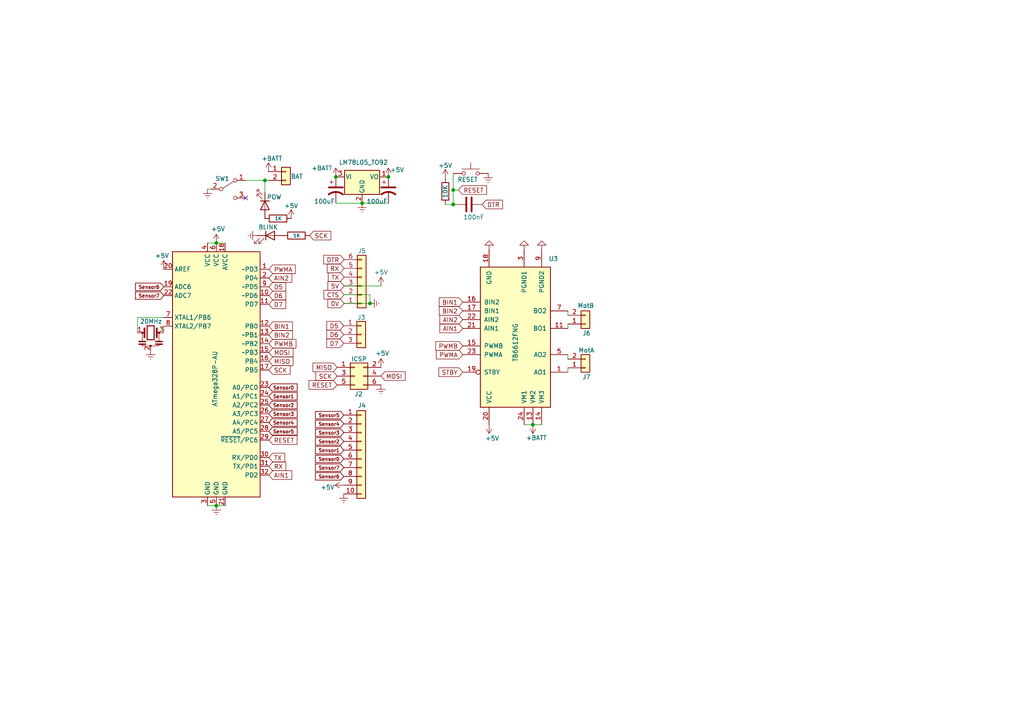
<source format=kicad_sch>
(kicad_sch (version 20230121) (generator eeschema)
  (paper "A4")
  (lib_symbols
    (symbol "ATmega328P-A_1"
      (property "Value" "ATmega328P-AU " (at -0.381 -9.398 90))
      (symbol "ATmega328P-A_1_0_1"
        (rectangle (start -12.7 -35.56) (end 12.7 35.56) (stroke (width 0.254)) (fill (type background)))
      )
      (symbol "ATmega328P-A_1_1_1"
        (pin bidirectional line (at 15.24 30.48 180) (length 2.54) (name "~PD3") (number "1"))
        (pin bidirectional line (at 15.24 22.86 180) (length 2.54) (name "~PD6") (number "10"))
        (pin bidirectional line (at 15.24 20.32 180) (length 2.54) (name "PD7") (number "11"))
        (pin bidirectional line (at 15.24 13.97 180) (length 2.54) (name "PB0") (number "12"))
        (pin bidirectional line (at 15.24 11.43 180) (length 2.54) (name "~PB1") (number "13"))
        (pin bidirectional line (at 15.24 8.89 180) (length 2.54) (name "~PB2") (number "14"))
        (pin bidirectional line (at 15.24 6.35 180) (length 2.54) (name "~PB3") (number "15"))
        (pin bidirectional line (at 15.24 3.81 180) (length 2.54) (name "PB4") (number "16"))
        (pin bidirectional line (at 15.24 1.27 180) (length 2.54) (name "PB5") (number "17"))
        (pin power_in line (at 2.54 38.1 270) (length 2.54) (name "AVCC") (number "18"))
        (pin input line (at -15.24 25.4 0) (length 2.54) (name "ADC6") (number "19"))
        (pin bidirectional line (at 15.24 27.94 180) (length 2.54) (name "PD4") (number "2"))
        (pin passive line (at -15.24 30.48 0) (length 2.54) (name "AREF") (number "20"))
        (pin passive line (at 2.54 -38.1 90) (length 2.54) (name "GND") (number "21"))
        (pin input line (at -15.24 22.86 0) (length 2.54) (name "ADC7") (number "22"))
        (pin bidirectional line (at 15.24 -3.81 180) (length 2.54) (name "A0/PC0") (number "23"))
        (pin bidirectional line (at 15.24 -6.35 180) (length 2.54) (name "A1/PC1") (number "24"))
        (pin bidirectional line (at 15.24 -8.89 180) (length 2.54) (name "A2/PC2") (number "25"))
        (pin bidirectional line (at 15.24 -11.43 180) (length 2.54) (name "A3/PC3") (number "26"))
        (pin bidirectional line (at 15.24 -13.97 180) (length 2.54) (name "A4/PC4") (number "27"))
        (pin bidirectional line (at 15.24 -16.51 180) (length 2.54) (name "A5/PC5") (number "28"))
        (pin bidirectional line (at 15.24 -19.05 180) (length 2.54) (name "~{RESET}/PC6") (number "29"))
        (pin power_in line (at -2.54 -38.1 90) (length 2.54) (name "GND") (number "3"))
        (pin bidirectional line (at 15.24 -24.13 180) (length 2.54) (name "RX/PD0") (number "30"))
        (pin bidirectional line (at 15.24 -26.67 180) (length 2.54) (name "TX/PD1") (number "31"))
        (pin bidirectional line (at 15.24 -29.21 180) (length 2.54) (name "PD2") (number "32"))
        (pin power_in line (at -2.54 38.1 270) (length 2.54) (name "VCC") (number "4"))
        (pin passive line (at 0 -38.1 90) (length 2.54) (name "GND") (number "5"))
        (pin passive line (at 0 38.1 270) (length 2.54) (name "VCC") (number "6"))
        (pin bidirectional line (at -15.24 16.51 0) (length 2.54) (name "XTAL1/PB6") (number "7"))
        (pin bidirectional line (at -15.24 13.97 0) (length 2.54) (name "XTAL2/PB7") (number "8"))
        (pin bidirectional line (at 15.24 25.4 180) (length 2.54) (name "~PD5") (number "9"))
      )
    )
    (symbol "Connector_Generic:Conn_01x02" (pin_names (offset 1.016) hide)
      (property "Reference" "J" (at 0 2.54 0))
      (property "Value" "Conn_01x02" (at 0 -5.08 0))
      (symbol "Conn_01x02_1_1"
        (rectangle (start -1.27 -2.413) (end 0 -2.667) (stroke (width 0.1524)))
        (rectangle (start -1.27 0.127) (end 0 -0.127) (stroke (width 0.1524)))
        (rectangle (start -1.27 1.27) (end 1.27 -3.81) (stroke (width 0.254)) (fill (type background)))
        (pin passive line (at -5.08 0 0) (length 3.81) (name "Pin_1") (number "1"))
        (pin passive line (at -5.08 -2.54 0) (length 3.81) (name "Pin_2") (number "2"))
      )
    )
    (symbol "Connector_Generic:Conn_01x03" (pin_names (offset 1.016) hide)
      (property "Reference" "J" (at 0 5.08 0))
      (property "Value" "Conn_01x03" (at 0 -5.08 0))
      (symbol "Conn_01x03_1_1"
        (rectangle (start -1.27 -2.413) (end 0 -2.667) (stroke (width 0.1524)))
        (rectangle (start -1.27 0.127) (end 0 -0.127) (stroke (width 0.1524)))
        (rectangle (start -1.27 2.667) (end 0 2.413) (stroke (width 0.1524)))
        (rectangle (start -1.27 3.81) (end 1.27 -3.81) (stroke (width 0.254)) (fill (type background)))
        (pin passive line (at -5.08 2.54 0) (length 3.81) (name "Pin_1") (number "1"))
        (pin passive line (at -5.08 0 0) (length 3.81) (name "Pin_2") (number "2"))
        (pin passive line (at -5.08 -2.54 0) (length 3.81) (name "Pin_3") (number "3"))
      )
    )
    (symbol "Connector_Generic:Conn_01x10" (pin_names (offset 1.016) hide)
      (property "Reference" "J" (at 0 12.7 0))
      (property "Value" "Conn_01x10" (at 0 -15.24 0))
      (symbol "Conn_01x10_1_1"
        (rectangle (start -1.27 -12.573) (end 0 -12.827) (stroke (width 0.1524)))
        (rectangle (start -1.27 -10.033) (end 0 -10.287) (stroke (width 0.1524)))
        (rectangle (start -1.27 -7.493) (end 0 -7.747) (stroke (width 0.1524)))
        (rectangle (start -1.27 -4.953) (end 0 -5.207) (stroke (width 0.1524)))
        (rectangle (start -1.27 -2.413) (end 0 -2.667) (stroke (width 0.1524)))
        (rectangle (start -1.27 0.127) (end 0 -0.127) (stroke (width 0.1524)))
        (rectangle (start -1.27 2.667) (end 0 2.413) (stroke (width 0.1524)))
        (rectangle (start -1.27 5.207) (end 0 4.953) (stroke (width 0.1524)))
        (rectangle (start -1.27 7.747) (end 0 7.493) (stroke (width 0.1524)))
        (rectangle (start -1.27 10.287) (end 0 10.033) (stroke (width 0.1524)))
        (rectangle (start -1.27 11.43) (end 1.27 -13.97) (stroke (width 0.254)) (fill (type background)))
        (pin passive line (at -5.08 10.16 0) (length 3.81) (name "Pin_1") (number "1"))
        (pin passive line (at -5.08 -12.7 0) (length 3.81) (name "Pin_10") (number "10"))
        (pin passive line (at -5.08 7.62 0) (length 3.81) (name "Pin_2") (number "2"))
        (pin passive line (at -5.08 5.08 0) (length 3.81) (name "Pin_3") (number "3"))
        (pin passive line (at -5.08 2.54 0) (length 3.81) (name "Pin_4") (number "4"))
        (pin passive line (at -5.08 0 0) (length 3.81) (name "Pin_5") (number "5"))
        (pin passive line (at -5.08 -2.54 0) (length 3.81) (name "Pin_6") (number "6"))
        (pin passive line (at -5.08 -5.08 0) (length 3.81) (name "Pin_7") (number "7"))
        (pin passive line (at -5.08 -7.62 0) (length 3.81) (name "Pin_8") (number "8"))
        (pin passive line (at -5.08 -10.16 0) (length 3.81) (name "Pin_9") (number "9"))
      )
    )
    (symbol "Connector_Generic:Conn_02x03_Odd_Even" (pin_names (offset 1.016) hide)
      (property "Reference" "J" (at 1.27 5.08 0))
      (property "Value" "Conn_02x03_Odd_Even" (at 1.27 -5.08 0))
      (symbol "Conn_02x03_Odd_Even_1_1"
        (rectangle (start -1.27 -2.413) (end 0 -2.667) (stroke (width 0.1524)))
        (rectangle (start -1.27 0.127) (end 0 -0.127) (stroke (width 0.1524)))
        (rectangle (start -1.27 2.667) (end 0 2.413) (stroke (width 0.1524)))
        (rectangle (start -1.27 3.81) (end 3.81 -3.81) (stroke (width 0.254)) (fill (type background)))
        (rectangle (start 3.81 -2.413) (end 2.54 -2.667) (stroke (width 0.1524)))
        (rectangle (start 3.81 0.127) (end 2.54 -0.127) (stroke (width 0.1524)))
        (rectangle (start 3.81 2.667) (end 2.54 2.413) (stroke (width 0.1524)))
        (pin passive line (at -5.08 2.54 0) (length 3.81) (name "Pin_1") (number "1"))
        (pin passive line (at 7.62 2.54 180) (length 3.81) (name "Pin_2") (number "2"))
        (pin passive line (at -5.08 0 0) (length 3.81) (name "Pin_3") (number "3"))
        (pin passive line (at 7.62 0 180) (length 3.81) (name "Pin_4") (number "4"))
        (pin passive line (at -5.08 -2.54 0) (length 3.81) (name "Pin_5") (number "5"))
        (pin passive line (at 7.62 -2.54 180) (length 3.81) (name "Pin_6") (number "6"))
      )
    )
    (symbol "Connector_Generic_MountingPin:Conn_01x06_MountingPin" (pin_names (offset 1.016) hide)
      (symbol "Conn_01x06_MountingPin_1_1"
        (rectangle (start -1.27 -7.493) (end 0 -7.747) (stroke (width 0.1524)))
        (rectangle (start -1.27 -4.953) (end 0 -5.207) (stroke (width 0.1524)))
        (rectangle (start -1.27 -2.413) (end 0 -2.667) (stroke (width 0.1524)))
        (rectangle (start -1.27 0.127) (end 0 -0.127) (stroke (width 0.1524)))
        (rectangle (start -1.27 2.667) (end 0 2.413) (stroke (width 0.1524)))
        (rectangle (start -1.27 5.207) (end 0 4.953) (stroke (width 0.1524)))
        (rectangle (start -1.27 6.35) (end 1.27 -8.89) (stroke (width 0.254)) (fill (type background)))
        (pin passive line (at -5.08 5.08 0) (length 3.81) (name "Pin_1") (number "1"))
        (pin passive line (at -5.08 2.54 0) (length 3.81) (name "Pin_2") (number "2"))
        (pin passive line (at -5.08 0 0) (length 3.81) (name "Pin_3") (number "3"))
        (pin passive line (at -5.08 -2.54 0) (length 3.81) (name "Pin_4") (number "4"))
        (pin passive line (at -5.08 -5.08 0) (length 3.81) (name "Pin_5") (number "5"))
        (pin passive line (at -5.08 -7.62 0) (length 3.81) (name "Pin_6") (number "6"))
      )
    )
    (symbol "Device:C" (pin_numbers hide) (pin_names (offset 0.254))
      (property "Reference" "C" (at 0.635 2.54 0))
      (property "Value" "C" (at 0.635 -2.54 0))
      (symbol "C_0_1"
        (polyline (pts (xy -2.032 -0.762) (xy 2.032 -0.762)) (stroke (width 0.508)))
        (polyline (pts (xy -2.032 0.762) (xy 2.032 0.762)) (stroke (width 0.508)))
      )
      (symbol "C_1_1"
        (pin passive line (at 0 3.81 270) (length 2.794) (name "~") (number "1"))
        (pin passive line (at 0 -3.81 90) (length 2.794) (name "~") (number "2"))
      )
    )
    (symbol "Device:C_Polarized_US" (pin_numbers hide) (pin_names (offset 0.254) hide)
      (property "Reference" "C" (at 0.635 2.54 0))
      (property "Value" "C_Polarized_US" (at 0.635 -2.54 0))
      (symbol "C_Polarized_US_0_1"
        (polyline (pts (xy -2.032 0.762) (xy 2.032 0.762)) (stroke (width 0.508)))
        (polyline (pts (xy -1.778 2.286) (xy -0.762 2.286)))
        (polyline (pts (xy -1.27 1.778) (xy -1.27 2.794)))
        (arc (start 2.032 -1.27) (mid 0 -0.5572) (end -2.032 -1.27) (stroke (width 0.508)))
      )
      (symbol "C_Polarized_US_1_1"
        (pin passive line (at 0 3.81 270) (length 2.794) (name "~") (number "1"))
        (pin passive line (at 0 -3.81 90) (length 3.302) (name "~") (number "2"))
      )
    )
    (symbol "Device:LED" (pin_numbers hide) (pin_names (offset 1.016) hide)
      (property "Reference" "D" (at 0 2.54 0))
      (property "Value" "LED" (at 0 -2.54 0))
      (symbol "LED_0_1"
        (polyline (pts (xy -1.27 -1.27) (xy -1.27 1.27)) (stroke (width 0.254)))
        (polyline (pts (xy -1.27 0) (xy 1.27 0)))
        (polyline (pts (xy 1.27 -1.27) (xy 1.27 1.27) (xy -1.27 0) (xy 1.27 -1.27)) (stroke (width 0.254)))
        (polyline (pts (xy -3.048 -0.762) (xy -4.572 -2.286) (xy -3.81 -2.286) (xy -4.572 -2.286) (xy -4.572 -1.524)))
        (polyline (pts (xy -1.778 -0.762) (xy -3.302 -2.286) (xy -2.54 -2.286) (xy -3.302 -2.286) (xy -3.302 -1.524)))
      )
      (symbol "LED_1_1"
        (pin passive line (at -3.81 0 0) (length 2.54) (name "K") (number "1"))
        (pin passive line (at 3.81 0 180) (length 2.54) (name "A") (number "2"))
      )
    )
    (symbol "Device:R" (pin_numbers hide) (pin_names (offset 0))
      (property "Reference" "R" (at 2.032 0 90))
      (property "Value" "R" (at 0 0 90))
      (symbol "R_0_1"
        (rectangle (start -1.016 -2.54) (end 1.016 2.54) (stroke (width 0.254)))
      )
      (symbol "R_1_1"
        (pin passive line (at 0 3.81 270) (length 1.27) (name "~") (number "1"))
        (pin passive line (at 0 -3.81 90) (length 1.27) (name "~") (number "2"))
      )
    )
    (symbol "Device:Resonator" (pin_names (offset 1.016) hide)
      (property "Reference" "Y" (at 0 5.715 0))
      (property "Value" "Resonator" (at 0 3.81 0))
      (symbol "Resonator_0_1"
        (rectangle (start -3.429 -3.175) (end -1.397 -3.429) (fill (type outline)))
        (rectangle (start -3.429 -2.413) (end -1.397 -2.667) (fill (type outline)))
        (circle (center -2.413 0) (radius 0.254) (fill (type outline)))
        (rectangle (start -1.016 2.032) (end 1.016 -2.032) (stroke (width 0.3048)))
        (circle (center 0 -3.81) (radius 0.254) (fill (type outline)))
        (polyline (pts (xy -2.413 -2.413) (xy -2.413 0)))
        (polyline (pts (xy -1.905 0) (xy -3.175 0)))
        (polyline (pts (xy -1.778 -1.27) (xy -1.778 1.27)) (stroke (width 0.508)))
        (polyline (pts (xy 1.778 -1.27) (xy 1.778 1.27)) (stroke (width 0.508)))
        (polyline (pts (xy 1.905 0) (xy 2.54 0)))
        (polyline (pts (xy 2.413 0) (xy 2.413 -2.54)))
        (polyline (pts (xy 2.413 -3.302) (xy 2.413 -3.81) (xy -2.413 -3.81) (xy -2.413 -3.302)))
        (rectangle (start 1.397 -3.175) (end 3.429 -3.429) (fill (type outline)))
        (rectangle (start 1.397 -2.413) (end 3.429 -2.667) (fill (type outline)))
        (circle (center 2.413 0) (radius 0.254) (fill (type outline)))
      )
      (symbol "Resonator_1_1"
        (pin passive line (at -3.81 0 0) (length 1.27) (name "1") (number "1"))
        (pin passive line (at 0 -5.08 90) (length 1.27) (name "2") (number "2"))
        (pin passive line (at 3.81 0 180) (length 1.27) (name "3") (number "3"))
      )
    )
    (symbol "Driver_Motor:TB6612FNG" (pin_names (offset 1.016))
      (property "Reference" "U" (at 11.43 17.78 0))
      (property "Value" "TB6612FNG" (at 11.43 15.24 0))
      (symbol "TB6612FNG_0_1"
        (rectangle (start -10.16 20.32) (end 10.16 -20.32) (stroke (width 0.254)) (fill (type background)))
      )
      (symbol "TB6612FNG_1_1"
        (pin output line (at 15.24 10.16 180) (length 5.08) (name "AO1") (number "1"))
        (pin passive line (at 7.62 -25.4 90) (length 5.08) hide (name "PGND2") (number "10"))
        (pin output line (at 15.24 -2.54 180) (length 5.08) (name "BO1") (number "11"))
        (pin passive line (at 15.24 -2.54 180) (length 5.08) hide (name "BO1") (number "12"))
        (pin power_in line (at 5.08 25.4 270) (length 5.08) (name "VM2") (number "13"))
        (pin power_in line (at 7.62 25.4 270) (length 5.08) (name "VM3") (number "14"))
        (pin input line (at -15.24 2.54 0) (length 5.08) (name "PWMB") (number "15"))
        (pin input line (at -15.24 -10.16 0) (length 5.08) (name "BIN2") (number "16"))
        (pin input line (at -15.24 -7.62 0) (length 5.08) (name "BIN1") (number "17"))
        (pin power_in line (at -7.62 -25.4 90) (length 5.08) (name "GND") (number "18"))
        (pin input inverted (at -15.24 10.16 0) (length 5.08) (name "STBY") (number "19"))
        (pin passive line (at 15.24 10.16 180) (length 5.08) hide (name "AO1") (number "2"))
        (pin power_in line (at -7.62 25.4 270) (length 5.08) (name "VCC") (number "20"))
        (pin input line (at -15.24 -2.54 0) (length 5.08) (name "AIN1") (number "21"))
        (pin input line (at -15.24 -5.08 0) (length 5.08) (name "AIN2") (number "22"))
        (pin input line (at -15.24 5.08 0) (length 5.08) (name "PWMA") (number "23"))
        (pin power_in line (at 2.54 25.4 270) (length 5.08) (name "VM1") (number "24"))
        (pin power_in line (at 2.54 -25.4 90) (length 5.08) (name "PGND1") (number "3"))
        (pin passive line (at 2.54 -25.4 90) (length 5.08) hide (name "PGND1") (number "4"))
        (pin output line (at 15.24 5.08 180) (length 5.08) (name "AO2") (number "5"))
        (pin passive line (at 15.24 5.08 180) (length 5.08) hide (name "AO2") (number "6"))
        (pin output line (at 15.24 -7.62 180) (length 5.08) (name "BO2") (number "7"))
        (pin passive line (at 15.24 -7.62 180) (length 5.08) hide (name "BO2") (number "8"))
        (pin power_in line (at 7.62 -25.4 90) (length 5.08) (name "PGND2") (number "9"))
      )
    )
    (symbol "Regulator_Linear:LM78L05_TO92" (pin_names (offset 0.254))
      (property "Reference" "U" (at -3.81 3.175 0))
      (property "Value" "LM78L05_TO92" (at 0 3.175 0))
      (symbol "LM78L05_TO92_0_1"
        (rectangle (start -5.08 -5.08) (end 5.08 1.905) (stroke (width 0.254)) (fill (type background)))
      )
      (symbol "LM78L05_TO92_1_1"
        (pin power_out line (at 7.62 0 180) (length 2.54) (name "VO") (number "1"))
        (pin power_in line (at 0 -7.62 90) (length 2.54) (name "GND") (number "2"))
        (pin power_in line (at -7.62 0 0) (length 2.54) (name "VI") (number "3"))
      )
    )
    (symbol "Switch:SW_Push" (pin_numbers hide) (pin_names (offset 1.016) hide)
      (property "Reference" "SW" (at 1.27 2.54 0))
      (property "Value" "SW_Push" (at 0 -1.524 0))
      (symbol "SW_Push_0_1"
        (circle (center -2.032 0) (radius 0.508))
        (polyline (pts (xy 0 1.27) (xy 0 3.048)))
        (polyline (pts (xy 2.54 1.27) (xy -2.54 1.27)))
        (circle (center 2.032 0) (radius 0.508))
        (pin passive line (at -5.08 0 0) (length 2.54) (name "1") (number "1"))
        (pin passive line (at 5.08 0 180) (length 2.54) (name "2") (number "2"))
      )
    )
    (symbol "Switch:SW_SPDT" (pin_names (offset 0) hide)
      (property "Reference" "SW" (at 0 4.318 0))
      (property "Value" "SW_SPDT" (at 0 -5.08 0))
      (symbol "SW_SPDT_0_0"
        (circle (center -2.032 0) (radius 0.508))
        (circle (center 2.032 -2.54) (radius 0.508))
      )
      (symbol "SW_SPDT_0_1"
        (polyline (pts (xy -1.524 0.254) (xy 1.651 2.286)))
        (circle (center 2.032 2.54) (radius 0.508))
      )
      (symbol "SW_SPDT_1_1"
        (pin passive line (at 5.08 2.54 180) (length 2.54) (name "A") (number "1"))
        (pin passive line (at -5.08 0 0) (length 2.54) (name "B") (number "2"))
        (pin passive line (at 5.08 -2.54 180) (length 2.54) (name "C") (number "3"))
      )
    )
    (symbol "power:+5V" (power) (pin_names (offset 0))
      (property "Value" "+5V" (at 0 3.556 0))
      (symbol "+5V_0_1"
        (polyline (pts (xy -0.762 1.27) (xy 0 2.54)))
        (polyline (pts (xy 0 0) (xy 0 2.54)))
        (polyline (pts (xy 0 2.54) (xy 0.762 1.27)))
      )
      (symbol "+5V_1_1"
        (pin power_in line (at 0 0 90) (length 0) hide (name "+5V") (number "1"))
      )
    )
    (symbol "power:+BATT" (power) (pin_names (offset 0))
      (property "Value" "+BATT" (at 0 3.556 0))
      (symbol "+BATT_0_1"
        (polyline (pts (xy -0.762 1.27) (xy 0 2.54)))
        (polyline (pts (xy 0 0) (xy 0 2.54)))
        (polyline (pts (xy 0 2.54) (xy 0.762 1.27)))
      )
      (symbol "+BATT_1_1"
        (pin power_in line (at 0 0 90) (length 0) hide (name "+BATT") (number "1"))
      )
    )
    (symbol "power:Earth" (power) (pin_names (offset 0))
      (symbol "Earth_0_1"
        (polyline (pts (xy -0.635 -1.905) (xy 0.635 -1.905)))
        (polyline (pts (xy -0.127 -2.54) (xy 0.127 -2.54)))
        (polyline (pts (xy 0 -1.27) (xy 0 0)))
        (polyline (pts (xy 1.27 -1.27) (xy -1.27 -1.27)))
      )
      (symbol "Earth_1_1"
        (pin power_in line (at 0 0 270) (length 0) hide (name "Earth") (number "1"))
      )
    )
    (symbol "power:GND" (power) (pin_names (offset 0))
      (property "Value" "GND" (at 0 -3.81 0))
      (symbol "GND_0_1"
        (polyline (pts (xy 0 0) (xy 0 -1.27) (xy 1.27 -1.27) (xy 0 -2.54) (xy -1.27 -1.27) (xy 0 -1.27)))
      )
      (symbol "GND_1_1"
        (pin power_in line (at 0 0 270) (length 0) hide (name "GND") (number "1"))
      )
    )
  )
  (junction (at 112.649 51.308))
  (junction (at 107.315 88.011))
  (junction (at 62.738 70.485))
  (junction (at 62.738 146.685))
  (junction (at 131.445 59.309))
  (junction (at 154.559 123.19))
  (junction (at 131.445 55.118))
  (junction (at 76.835 52.324))
  (junction (at 97.409 51.308))
  (junction (at 105.029 58.928))
  (no_connect (at 71.247 57.404))
  (wire (pts (xy 110.49 82.931) (xy 99.822 82.931)))
  (wire (pts (xy 107.315 88.011) (xy 107.315 85.471)))
  (wire (pts (xy 164.719 106.68) (xy 164.719 107.95)))
  (wire (pts (xy 132.969 55.118) (xy 131.445 55.118)))
  (wire (pts (xy 60.198 146.685) (xy 62.738 146.685)))
  (wire (pts (xy 60.198 70.485) (xy 62.738 70.485)))
  (wire (pts (xy 47.498 96.52) (xy 47.498 94.615)))
  (wire (pts (xy 132.207 59.309) (xy 131.445 59.309)))
  (wire (pts (xy 97.409 58.928) (xy 105.029 58.928)))
  (wire (pts (xy 105.029 58.928) (xy 112.649 58.928)))
  (wire (pts (xy 71.247 52.324) (xy 76.835 52.324)))
  (wire (pts (xy 62.738 70.485) (xy 65.278 70.485)))
  (wire (pts (xy 154.559 123.19) (xy 157.099 123.19)))
  (wire (pts (xy 107.315 85.471) (xy 99.822 85.471)))
  (wire (pts (xy 76.835 52.324) (xy 77.851 52.324)))
  (wire (pts (xy 164.719 104.14) (xy 164.719 102.87)))
  (wire (pts (xy 60.198 54.864) (xy 61.087 54.864)))
  (wire (pts (xy 107.315 88.011) (xy 99.822 88.011)))
  (wire (pts (xy 39.878 92.075) (xy 47.498 92.075)))
  (wire (pts (xy 39.878 96.52) (xy 39.878 92.075)))
  (wire (pts (xy 131.445 50.292) (xy 131.445 55.118)))
  (wire (pts (xy 131.445 55.118) (xy 131.445 59.309)))
  (wire (pts (xy 129.159 59.309) (xy 131.445 59.309)))
  (wire (pts (xy 164.719 95.25) (xy 164.719 93.98)))
  (wire (pts (xy 152.019 123.19) (xy 154.559 123.19)))
  (wire (pts (xy 76.835 55.753) (xy 76.835 52.324)))
  (wire (pts (xy 164.719 91.44) (xy 164.719 90.17)))
  (wire (pts (xy 62.738 146.685) (xy 65.278 146.685)))
  (global_label "Sensor1" (shape input) (at 77.978 114.935 0) (effects (font (size 1 1) (thickness 0.2) bold)) (property "Intersheetrefs" "${INTERSHEET_REFS}" (effects hide)))
  (global_label "RX" (shape input) (at 99.822 77.851 180) (property "Intersheetrefs" "${INTERSHEET_REFS}" (effects hide)))
  (global_label "Sensor3" (shape input) (at 77.978 120.015 0) (effects (font (size 1 1) (thickness 0.2) bold)) (property "Intersheetrefs" "${INTERSHEET_REFS}" (effects hide)))
  (global_label "RESET" (shape input) (at 132.969 55.118 0) (property "Intersheetrefs" "${INTERSHEET_REFS}" (effects hide)))
  (global_label "AIN2" (shape input) (at 134.239 92.71 180) (property "Intersheetrefs" "${INTERSHEET_REFS}" (effects hide)))
  (global_label "Sensor6" (shape input) (at 47.498 83.185 180) (effects (font (size 1 1) (thickness 0.2) bold)) (property "Intersheetrefs" "${INTERSHEET_REFS}" (effects hide)))
  (global_label "AIN2" (shape input) (at 77.978 80.645 0) (property "Intersheetrefs" "${INTERSHEET_REFS}" (effects hide)))
  (global_label "Sensor4" (shape input) (at 99.695 122.936 180) (effects (font (size 1 1) (thickness 0.2) bold)) (property "Intersheetrefs" "${INTERSHEET_REFS}" (effects hide)))
  (global_label "Sensor7" (shape input) (at 99.695 135.636 180) (effects (font (size 1 1) (thickness 0.2) bold)) (property "Intersheetrefs" "${INTERSHEET_REFS}" (effects hide)))
  (global_label "0V" (shape input) (at 99.822 88.011 180) (property "Intersheetrefs" "${INTERSHEET_REFS}" (effects hide)))
  (global_label "TX" (shape input) (at 77.978 132.715 0) (property "Intersheetrefs" "${INTERSHEET_REFS}" (effects hide)))
  (global_label "DTR" (shape input) (at 139.827 59.309 0) (property "Intersheetrefs" "${INTERSHEET_REFS}" (effects hide)))
  (global_label "D7" (shape input) (at 99.695 99.568 180) (property "Intersheetrefs" "${INTERSHEET_REFS}" (effects hide)))
  (global_label "SCK" (shape input) (at 89.789 68.326 0) (property "Intersheetrefs" "${INTERSHEET_REFS}" (effects hide)))
  (global_label "Sensor5" (shape input) (at 77.978 125.095 0) (effects (font (size 1 1) (thickness 0.2) bold)) (property "Intersheetrefs" "${INTERSHEET_REFS}" (effects hide)))
  (global_label "Sensor7" (shape input) (at 47.498 85.725 180) (effects (font (size 1 1) (thickness 0.2) bold)) (property "Intersheetrefs" "${INTERSHEET_REFS}" (effects hide)))
  (global_label "BIN1" (shape input) (at 134.239 87.63 180) (property "Intersheetrefs" "${INTERSHEET_REFS}" (effects hide)))
  (global_label "RESET" (shape input) (at 77.978 127.635 0) (property "Intersheetrefs" "${INTERSHEET_REFS}" (effects hide)))
  (global_label "STBY" (shape input) (at 134.239 107.95 180) (property "Intersheetrefs" "${INTERSHEET_REFS}" (effects hide)))
  (global_label "MOSI" (shape input) (at 77.978 102.235 0) (property "Intersheetrefs" "${INTERSHEET_REFS}" (effects hide)))
  (global_label "D6" (shape input) (at 77.978 85.725 0) (property "Intersheetrefs" "${INTERSHEET_REFS}" (effects hide)))
  (global_label "AIN1" (shape input) (at 77.978 137.795 0) (property "Intersheetrefs" "${INTERSHEET_REFS}" (effects hide)))
  (global_label "CTS" (shape input) (at 99.822 85.471 180) (property "Intersheetrefs" "${INTERSHEET_REFS}" (effects hide)))
  (global_label "Sensor3" (shape input) (at 99.695 125.476 180) (effects (font (size 1 1) (thickness 0.2) bold)) (property "Intersheetrefs" "${INTERSHEET_REFS}" (effects hide)))
  (global_label "RX" (shape input) (at 77.978 135.255 0) (property "Intersheetrefs" "${INTERSHEET_REFS}" (effects hide)))
  (global_label "D7" (shape input) (at 77.978 88.265 0) (property "Intersheetrefs" "${INTERSHEET_REFS}" (effects hide)))
  (global_label "MISO" (shape input) (at 97.79 106.553 180) (property "Intersheetrefs" "${INTERSHEET_REFS}" (effects hide)))
  (global_label "Sensor4" (shape input) (at 77.978 122.555 0) (effects (font (size 1 1) (thickness 0.2) bold)) (property "Intersheetrefs" "${INTERSHEET_REFS}" (effects hide)))
  (global_label "AIN1" (shape input) (at 134.239 95.25 180) (property "Intersheetrefs" "${INTERSHEET_REFS}" (effects hide)))
  (global_label "PWMB" (shape input) (at 77.978 99.695 0) (property "Intersheetrefs" "${INTERSHEET_REFS}" (effects hide)))
  (global_label "Sensor5" (shape input) (at 99.695 120.396 180) (effects (font (size 1 1) (thickness 0.2) bold)) (property "Intersheetrefs" "${INTERSHEET_REFS}" (effects hide)))
  (global_label "Sensor6" (shape input) (at 99.695 138.176 180) (effects (font (size 1 1) (thickness 0.2) bold)) (property "Intersheetrefs" "${INTERSHEET_REFS}" (effects hide)))
  (global_label "PWMA" (shape input) (at 134.239 102.87 180) (property "Intersheetrefs" "${INTERSHEET_REFS}" (effects hide)))
  (global_label "Sensor0" (shape input) (at 99.695 133.096 180) (effects (font (size 1 1) (thickness 0.2) bold)) (property "Intersheetrefs" "${INTERSHEET_REFS}" (effects hide)))
  (global_label "Sensor1" (shape input) (at 99.695 130.556 180) (effects (font (size 1 1) (thickness 0.2) bold)) (property "Intersheetrefs" "${INTERSHEET_REFS}" (effects hide)))
  (global_label "SCK" (shape input) (at 97.79 109.093 180) (property "Intersheetrefs" "${INTERSHEET_REFS}" (effects hide)))
  (global_label "D5" (shape input) (at 99.695 94.488 180) (property "Intersheetrefs" "${INTERSHEET_REFS}" (effects hide)))
  (global_label "PWMA" (shape input) (at 77.978 78.105 0) (property "Intersheetrefs" "${INTERSHEET_REFS}" (effects hide)))
  (global_label "MOSI" (shape input) (at 110.49 109.093 0) (property "Intersheetrefs" "${INTERSHEET_REFS}" (effects hide)))
  (global_label "Sensor0" (shape input) (at 77.978 112.395 0) (effects (font (size 1 1) (thickness 0.2) bold)) (property "Intersheetrefs" "${INTERSHEET_REFS}" (effects hide)))
  (global_label "Sensor2" (shape input) (at 99.695 128.016 180) (effects (font (size 1 1) (thickness 0.2) bold)) (property "Intersheetrefs" "${INTERSHEET_REFS}" (effects hide)))
  (global_label "DTR" (shape input) (at 99.822 75.311 180) (property "Intersheetrefs" "${INTERSHEET_REFS}" (effects hide)))
  (global_label "MISO" (shape input) (at 77.978 104.775 0) (property "Intersheetrefs" "${INTERSHEET_REFS}" (effects hide)))
  (global_label "SCK" (shape input) (at 77.978 107.315 0) (property "Intersheetrefs" "${INTERSHEET_REFS}" (effects hide)))
  (global_label "BIN2" (shape input) (at 134.239 90.17 180) (property "Intersheetrefs" "${INTERSHEET_REFS}" (effects hide)))
  (global_label "RESET" (shape input) (at 97.79 111.633 180) (property "Intersheetrefs" "${INTERSHEET_REFS}" (effects hide)))
  (global_label "BIN1" (shape input) (at 77.978 94.615 0) (property "Intersheetrefs" "${INTERSHEET_REFS}" (effects hide)))
  (global_label "5V" (shape input) (at 99.822 82.931 180) (property "Intersheetrefs" "${INTERSHEET_REFS}" (effects hide)))
  (global_label "Sensor2" (shape input) (at 77.978 117.475 0) (effects (font (size 1 1) (thickness 0.2) bold)) (property "Intersheetrefs" "${INTERSHEET_REFS}" (effects hide)))
  (global_label "BIN2" (shape input) (at 77.978 97.155 0) (property "Intersheetrefs" "${INTERSHEET_REFS}" (effects hide)))
  (global_label "D6" (shape input) (at 99.695 97.028 180) (property "Intersheetrefs" "${INTERSHEET_REFS}" (effects hide)))
  (global_label "PWMB" (shape input) (at 134.239 100.33 180) (property "Intersheetrefs" "${INTERSHEET_REFS}" (effects hide)))
  (global_label "TX" (shape input) (at 99.822 80.391 180) (property "Intersheetrefs" "${INTERSHEET_REFS}" (effects hide)))
  (global_label "D5" (shape input) (at 77.978 83.185 0) (property "Intersheetrefs" "${INTERSHEET_REFS}" (effects hide)))
  (symbol (lib_id "Connector_Generic_MountingPin:Conn_01x06_MountingPin") (at 104.902 82.931 0) (mirror x) (unit 1)
    (property "Reference" "J5" (at 103.759 72.771 0) (effects (justify left)))
    (property "Value" "Conn_01x06_MountingPin" (effects hide))
  )
  (symbol (lib_id "Connector_Generic:Conn_01x02") (at 82.931 49.784 0) (unit 1)
    (property "Reference" "J1" (effects hide))
    (property "Value" "BAT" (at 84.328 51.181 0) (effects (justify left)))
    (property "Footprint" "Connector_PinHeader_2.54mm:PinHeader_1x02_P2.54mm_Vertical" (effects hide))
  )
  (symbol (lib_id "power:+BATT") (at 154.559 123.19 0) (mirror x) (unit 1)
    (property "Reference" "#PWR023" (effects hide))
    (property "Value" "+BATT" (at 155.575 127 0))
  )
  (symbol (lib_id "power:+5V") (at 47.498 78.105 0) (unit 1)
    (property "Reference" "#PWR02" (effects hide))
    (property "Value" "+5V" (at 46.99 74.168 0))
  )
  (symbol (lib_id "Switch:SW_SPDT") (at 66.167 54.864 0) (unit 1)
    (property "Reference" "SW1" (at 64.516 51.816 0))
    (property "Value" "SW_SPDT" (effects hide))
  )
  (symbol (lib_id "power:Earth") (at 141.605 50.292 0) (mirror y) (unit 1)
    (property "Reference" "#PWR019" (effects hide))
    (property "Value" "Earth" (effects hide))
  )
  (symbol (lib_id "power:Earth") (at 110.49 111.633 0) (unit 1)
    (property "Reference" "#PWR016" (effects hide))
    (property "Value" "Earth" (effects hide))
  )
  (symbol (lib_id "power:GND") (at 157.099 72.39 0) (mirror x) (unit 1)
    (property "Reference" "#PWR024" (effects hide))
    (property "Value" "GND" (effects hide))
  )
  (symbol (lib_id "power:GND") (at 152.019 72.39 0) (mirror x) (unit 1)
    (property "Reference" "#PWR022" (effects hide))
    (property "Value" "GND" (effects hide))
  )
  (symbol (lib_id "Connector_Generic:Conn_02x03_Odd_Even") (at 102.87 109.093 0) (unit 1)
    (property "Reference" "J2" (at 104.013 114.3 0))
    (property "Value" "ICSP" (at 104.14 104.14 0))
    (property "Footprint" "Connector_PinHeader_2.54mm:PinHeader_2x03_P2.54mm_Vertical" (effects hide))
  )
  (symbol (lib_id "power:+5V") (at 112.649 51.308 0) (mirror y) (unit 1)
    (property "Reference" "#PWR017" (effects hide))
    (property "Value" "+5V" (at 115.189 49.276 0))
  )
  (symbol (lib_id "Device:C_Polarized_US") (at 97.409 55.118 0) (unit 1)
    (property "Reference" "C1" (effects hide))
    (property "Value" "100uF" (at 94.107 58.42 0))
    (property "Footprint" "Capacitor_SMD:C_1210_3225Metric_Pad1.33x2.70mm_HandSolder" (effects hide))
  )
  (symbol (lib_id "power:Earth") (at 105.029 58.928 0) (unit 1)
    (property "Reference" "#PWR012" (effects hide))
    (property "Value" "Earth" (effects hide))
  )
  (symbol (lib_name "ATmega328P-A_1") (lib_id "MCU_Microchip_ATmega:ATmega328P-A") (at 62.738 108.585 0) (unit 1)
    (property "Reference" "U1" (effects hide))
    (property "Value" "ATmega328P-AU " (at 62.357 117.983 90) (effects (justify left)))
    (property "Footprint" "Package_QFP:TQFP-32_7x7mm_P0.8mm" (effects hide))
    (property "Datasheet" "http://ww1.microchip.com/downloads/en/DeviceDoc/ATmega328_P%20AVR%20MCU%20with%20picoPower%20Technology%20Data%20Sheet%2040001984A.pdf" (effects hide))
  )
  (symbol (lib_id "power:Earth") (at 74.549 68.326 270) (unit 1)
    (property "Reference" "#PWR06" (effects hide))
    (property "Value" "Earth" (effects hide))
  )
  (symbol (lib_id "power:+5V") (at 129.159 51.689 0) (mirror y) (unit 1)
    (property "Reference" "#PWR018" (effects hide))
    (property "Value" "+5V" (at 129.159 48.006 0))
  )
  (symbol (lib_id "power:Earth") (at 107.315 88.011 90) (mirror x) (unit 1)
    (property "Reference" "#PWR013" (effects hide))
    (property "Value" "Earth" (effects hide))
  )
  (symbol (lib_id "Connector_Generic:Conn_01x03") (at 104.775 97.028 0) (unit 1)
    (property "Reference" "J3" (at 103.632 92.075 0) (effects (justify left)))
    (property "Value" "Conn_01x03" (effects hide))
  )
  (symbol (lib_id "Switch:SW_Push") (at 136.525 50.292 0) (mirror y) (unit 1)
    (property "Reference" "SW2" (effects hide))
    (property "Value" "RESET" (at 135.636 52.07 0))
  )
  (symbol (lib_id "Device:Resonator") (at 43.688 96.52 0) (unit 1)
    (property "Reference" "Y1" (effects hide))
    (property "Value" "20MHz" (at 43.815 93.218 0))
    (property "Footprint" "Crystal:Resonator_SMD_Murata_CSTxExxV-3Pin_3.0x1.1mm" (effects hide))
  )
  (symbol (lib_id "power:GND") (at 141.859 72.39 0) (mirror x) (unit 1)
    (property "Reference" "#PWR020" (effects hide))
    (property "Value" "GND" (effects hide))
  )
  (symbol (lib_id "Device:R") (at 85.979 68.326 90) (unit 1)
    (property "Reference" "R2" (effects hide))
    (property "Value" "1K" (at 87.122 68.326 90) (effects (font (size 1 1)) (justify left)))
    (property "Footprint" "Resistor_SMD:R_1206_3216Metric" (effects hide))
  )
  (symbol (lib_id "power:+5V") (at 141.859 123.19 0) (mirror x) (unit 1)
    (property "Reference" "#PWR021" (effects hide))
    (property "Value" "+5V" (at 142.748 127.127 0))
  )
  (symbol (lib_id "Driver_Motor:TB6612FNG") (at 149.479 97.79 0) (mirror x) (unit 1) (on_board no)
    (property "Reference" "U3" (at 159.1184 75.057 0) (effects (justify left)))
    (property "Value" "TB6612FNG" (at 149.479 93.726 90) (effects (font (size 1.3 1.3)) (justify left)))
    (property "Footprint" "Package_SO:SSOP-24_5.3x8.2mm_P0.65mm" (effects hide))
    (property "Datasheet" "https://toshiba.semicon-storage.com/us/product/linear/motordriver/detail.TB6612FNG.html" (effects hide))
  )
  (symbol (lib_id "power:Earth") (at 43.688 101.6 0) (unit 1)
    (property "Reference" "#PWR01" (effects hide))
    (property "Value" "Earth" (effects hide))
  )
  (symbol (lib_id "Connector_Generic:Conn_01x02") (at 169.799 93.98 0) (mirror x) (unit 1)
    (property "Reference" "J6" (at 168.91 96.647 0) (effects (justify left)))
    (property "Value" "MotB" (at 167.513 88.646 0) (effects (justify left)))
    (property "Footprint" "Connector_PinHeader_2.54mm:PinHeader_1x02_P2.54mm_Vertical" (effects hide))
  )
  (symbol (lib_id "Connector_Generic:Conn_01x02") (at 169.799 106.68 0) (mirror x) (unit 1)
    (property "Reference" "J7" (at 168.91 109.347 0) (effects (justify left)))
    (property "Value" "MotA" (at 167.767 101.6 0) (effects (justify left)))
    (property "Footprint" "Connector_PinHeader_2.54mm:PinHeader_1x02_P2.54mm_Vertical" (effects hide))
  )
  (symbol (lib_id "power:+BATT") (at 77.851 49.784 0) (unit 1)
    (property "Reference" "#PWR07" (effects hide))
    (property "Value" "+BATT" (at 78.867 45.974 0))
  )
  (symbol (lib_id "power:+5V") (at 110.49 106.553 0) (mirror y) (unit 1)
    (property "Reference" "#PWR015" (effects hide))
    (property "Value" "+5V" (at 110.871 102.489 0))
  )
  (symbol (lib_id "Regulator_Linear:LM78L05_TO92") (at 105.029 51.308 0) (unit 1)
    (property "Reference" "U2" (effects hide))
    (property "Value" "LM78L05_TO92" (at 105.41 47.117 0))
    (property "Footprint" "Package_TO_SOT_THT:TO-92_Inline" (effects hide))
    (property "Datasheet" "https://www.onsemi.com/pub/Collateral/MC78L06A-D.pdf" (effects hide))
  )
  (symbol (lib_id "Device:R") (at 129.159 55.499 180) (unit 1)
    (property "Reference" "R3" (effects hide))
    (property "Value" "10K" (at 129.159 53.594 90) (effects (justify left)))
    (property "Footprint" "Resistor_SMD:R_1206_3216Metric" (effects hide))
  )
  (symbol (lib_id "Device:LED") (at 76.835 59.563 270) (unit 1)
    (property "Reference" "D1" (effects hide))
    (property "Value" "POW" (at 81.661 57.15 90) (effects (justify right)))
  )
  (symbol (lib_id "power:Earth") (at 60.198 54.864 0) (unit 1)
    (property "Reference" "#PWR03" (effects hide))
    (property "Value" "Earth" (effects hide))
  )
  (symbol (lib_id "power:+BATT") (at 97.409 51.308 0) (unit 1)
    (property "Reference" "#PWR09" (effects hide))
    (property "Value" "+BATT" (at 93.345 48.768 0))
  )
  (symbol (lib_id "Device:LED") (at 78.359 68.326 0) (unit 1)
    (property "Reference" "D2" (effects hide))
    (property "Value" "BLINK" (at 80.645 65.913 0) (effects (justify right)))
  )
  (symbol (lib_id "Device:C_Polarized_US") (at 112.649 55.118 0) (unit 1)
    (property "Reference" "C2" (effects hide))
    (property "Value" "100uF" (at 109.347 58.42 0))
    (property "Footprint" "Capacitor_SMD:C_1210_3225Metric_Pad1.33x2.70mm_HandSolder" (effects hide))
  )
  (symbol (lib_id "Device:C") (at 136.017 59.309 270) (mirror x) (unit 1)
    (property "Reference" "C3" (effects hide))
    (property "Value" "100nF" (at 134.366 62.992 90) (effects (justify left)))
    (property "Footprint" "Capacitor_SMD:C_0805_2012Metric" (effects hide))
  )
  (symbol (lib_id "Device:R") (at 80.645 63.373 90) (unit 1)
    (property "Reference" "R1" (effects hide))
    (property "Value" "1K" (at 81.788 63.373 90) (effects (font (size 1 1)) (justify left)))
    (property "Footprint" "Resistor_SMD:R_1206_3216Metric" (effects hide))
  )
  (symbol (lib_id "power:Earth") (at 99.695 143.256 0) (unit 1)
    (property "Reference" "#PWR011" (effects hide))
    (property "Value" "Earth" (effects hide))
  )
  (symbol (lib_id "power:+5V") (at 62.738 70.485 0) (unit 1)
    (property "Reference" "#PWR04" (effects hide))
    (property "Value" "+5V" (at 63.246 66.421 0))
  )
  (symbol (lib_id "power:+5V") (at 84.455 63.373 0) (mirror y) (unit 1)
    (property "Reference" "#PWR08" (effects hide))
    (property "Value" "+5V" (at 84.455 59.69 0))
  )
  (symbol (lib_id "power:+5V") (at 99.695 140.716 90) (mirror x) (unit 1)
    (property "Reference" "#PWR010" (effects hide))
    (property "Value" "+5V" (at 94.996 141.351 90))
  )
  (symbol (lib_id "Connector_Generic:Conn_01x10") (at 104.775 130.556 0) (unit 1)
    (property "Reference" "J4" (at 103.759 117.602 0) (effects (justify left)))
    (property "Value" "Conn_01x10" (effects hide))
    (property "Footprint" "Connector_PinHeader_2.54mm:PinHeader_1x10_P2.54mm_Horizontal" (effects hide))
  )
  (symbol (lib_id "power:+5V") (at 110.49 82.931 0) (mirror y) (unit 1)
    (property "Reference" "#PWR014" (effects hide))
    (property "Value" "+5V" (at 110.49 78.994 0))
  )
  (symbol (lib_id "power:Earth") (at 62.738 146.685 0) (unit 1)
    (property "Reference" "#PWR05" (effects hide))
    (property "Value" "Earth" (effects hide))
  )
)
</source>
